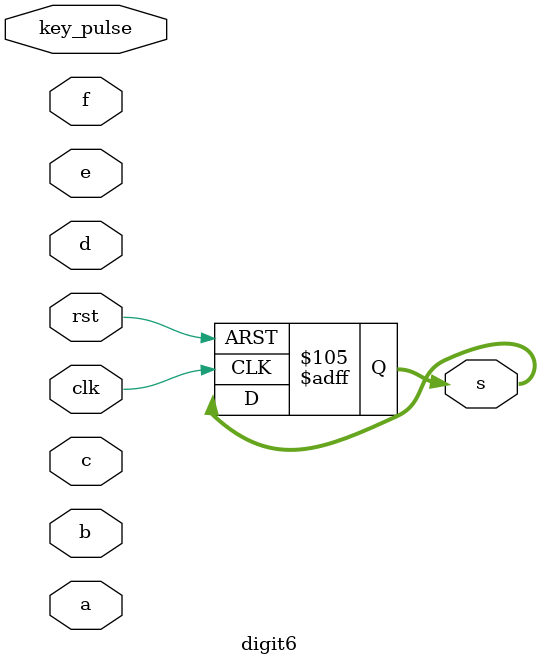
<source format=v>
module digit6 (
    input clk,
    input rst,
    input [4:0] key_pulse,
    input [3:0] a,
    input [3:0] b,
    input [3:0] c,
    input [3:0] d,
    input [3:0] e,
    input [3:0] f,
    output [19:0] s
    );
    
reg [19:0] s;
reg [19:0] t;

always @(posedge clk, posedge rst) begin
    if (rst) s <= 19'b0;
    else if (key_pulse[4] == 1 && key_pulse[3:0] >= 10 && key_pulse[3:0] <= 13) begin
        if(a != 4'hF)
            t = a*100000 + b*10000 + c*1000 + d*100 + e*10 + f;
        else if(b != 4'hF)
            t = b*10000 + c*1000 + d*100 + e*10 + f;
        else if(c != 4'hF)
            t = c*1000 + d*100 + e*10 + f;
        else if(d != 4'hF)
            t = d*100 + e*10 + f;
        else if(e != 4'hF)
            t = e*10 + f;
        else
            t = f;
    end

end

endmodule
</source>
